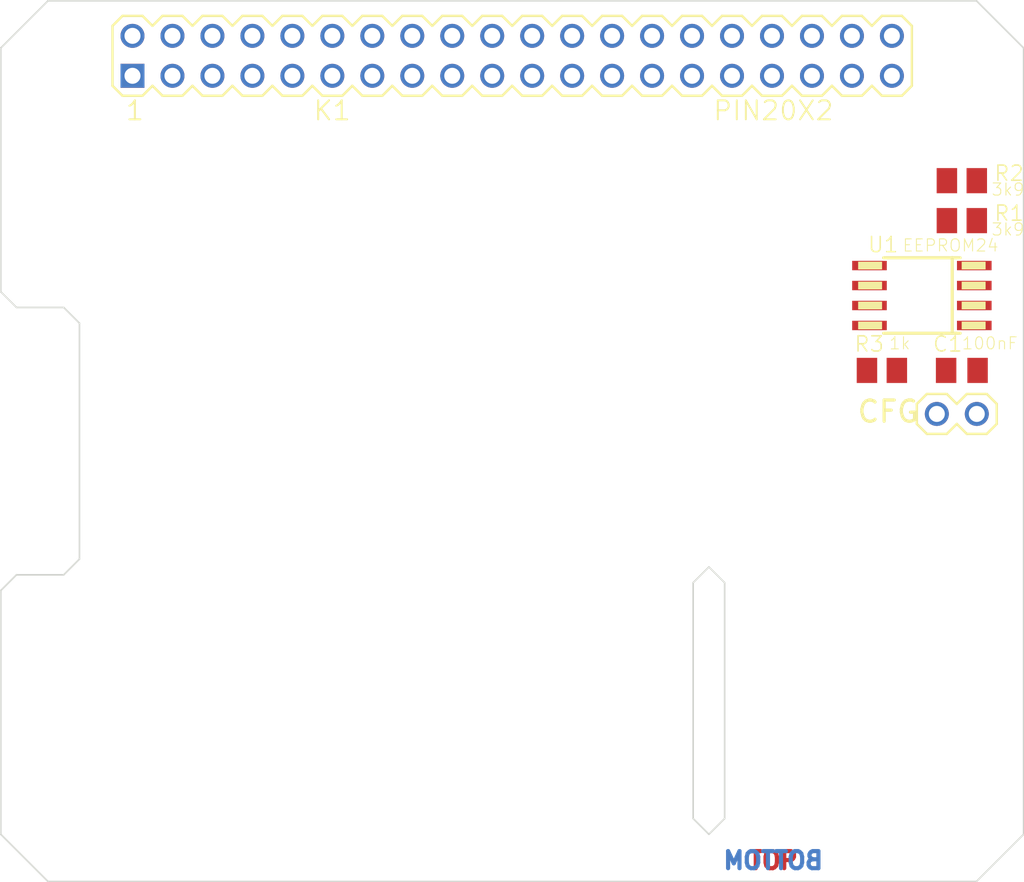
<source format=kicad_pcb>
(kicad_pcb (version 4) (host pcbnew "(2014-09-10 BZR 5127)-kicad")

  (general
    (links 26)
    (no_connects 26)
    (area 116.001099 77.003599 181.001101 133.003601)
    (thickness 1.6)
    (drawings 24)
    (tracks 0)
    (zones 0)
    (modules 11)
    (nets 7)
  )

  (page A4)
  (layers
    (0 Top signal hide)
    (31 Bottom signal hide)
    (32 B.Adhes user)
    (33 F.Adhes user)
    (34 B.Paste user)
    (35 F.Paste user)
    (36 B.SilkS user)
    (37 F.SilkS user)
    (38 B.Mask user)
    (39 F.Mask user)
    (40 Dwgs.User user)
    (41 Cmts.User user)
    (42 Eco1.User user)
    (43 Eco2.User user)
    (44 Edge.Cuts user)
    (45 Margin user)
    (46 B.CrtYd user)
    (47 F.CrtYd user)
    (48 B.Fab user)
    (49 F.Fab user)
  )

  (setup
    (last_trace_width 0.254)
    (trace_clearance 0.1524)
    (zone_clearance 0.508)
    (zone_45_only no)
    (trace_min 0.254)
    (segment_width 0.2)
    (edge_width 0.15)
    (via_size 0.889)
    (via_drill 0.635)
    (via_min_size 0.889)
    (via_min_drill 0.508)
    (uvia_size 0.508)
    (uvia_drill 0.127)
    (uvias_allowed no)
    (uvia_min_size 0.508)
    (uvia_min_drill 0.127)
    (pcb_text_width 0.3)
    (pcb_text_size 1.5 1.5)
    (mod_edge_width 0.15)
    (mod_text_size 1.5 1.5)
    (mod_text_width 0.15)
    (pad_size 1.524 1.524)
    (pad_drill 0.762)
    (pad_to_mask_clearance 0.2)
    (aux_axis_origin 0 0)
    (visible_elements FFFFFF7F)
    (pcbplotparams
      (layerselection 0x00030_80000001)
      (usegerberextensions false)
      (excludeedgelayer true)
      (linewidth 0.100000)
      (plotframeref false)
      (viasonmask false)
      (mode 1)
      (useauxorigin false)
      (hpglpennumber 1)
      (hpglpenspeed 20)
      (hpglpendiameter 15)
      (hpglpenoverlay 2)
      (psnegative false)
      (psa4output false)
      (plotreference true)
      (plotvalue true)
      (plotinvisibletext false)
      (padsonsilk false)
      (subtractmaskfromsilk false)
      (outputformat 1)
      (mirror false)
      (drillshape 1)
      (scaleselection 1)
      (outputdirectory ""))
  )

  (net 0 "")
  (net 1 GND)
  (net 2 +3V3)
  (net 3 N$1)
  (net 4 N$2)
  (net 5 N$3)
  (net 6 +5V)

  (net_class Default "This is the default net class."
    (clearance 0.1524)
    (trace_width 0.254)
    (via_dia 0.889)
    (via_drill 0.635)
    (uvia_dia 0.508)
    (uvia_drill 0.127)
    (add_net +3V3)
    (add_net +5V)
    (add_net GND)
    (add_net N$1)
    (add_net N$2)
    (add_net N$3)
  )

  (module "" (layer Top) (tedit 54141436) (tstamp 0)
    (at 119.5011 129.5036)
    (fp_text reference @HOLE0 (at 0 0) (layer F.SilkS) hide
      (effects (font (thickness 0.15)))
    )
    (fp_text value "" (at 0 0) (layer F.SilkS)
      (effects (font (thickness 0.15)))
    )
    (pad "" np_thru_hole circle (at 0 0) (size 2.8 2.8) (drill 2.8) (layers *.Cu))
  )

  (module "" (layer Top) (tedit 54141436) (tstamp 0)
    (at 119.5011 80.5036)
    (fp_text reference @HOLE1 (at 0 0) (layer F.SilkS) hide
      (effects (font (thickness 0.15)))
    )
    (fp_text value "" (at 0 0) (layer F.SilkS)
      (effects (font (thickness 0.15)))
    )
    (pad "" np_thru_hole circle (at 0 0) (size 2.8 2.8) (drill 2.8) (layers *.Cu))
  )

  (module "" (layer Top) (tedit 54141436) (tstamp 0)
    (at 177.5011 80.5036)
    (fp_text reference @HOLE2 (at 0 0) (layer F.SilkS) hide
      (effects (font (thickness 0.15)))
    )
    (fp_text value "" (at 0 0) (layer F.SilkS)
      (effects (font (thickness 0.15)))
    )
    (pad "" np_thru_hole circle (at 0 0) (size 2.8 2.8) (drill 2.8) (layers *.Cu))
  )

  (module "" (layer Top) (tedit 54141436) (tstamp 0)
    (at 177.5011 129.5036)
    (fp_text reference @HOLE3 (at 0 0) (layer F.SilkS) hide
      (effects (font (thickness 0.15)))
    )
    (fp_text value "" (at 0 0) (layer F.SilkS)
      (effects (font (thickness 0.15)))
    )
    (pad "" np_thru_hole circle (at 0 0) (size 2.8 2.8) (drill 2.8) (layers *.Cu))
  )

  (module PIN_20X2 (layer Top) (tedit 54141436) (tstamp 54141436)
    (at 148.5011 80.5036)
    (fp_text reference K1 (at -12.7 4.191) (layer F.SilkS)
      (effects (font (size 1.2065 1.2065) (thickness 0.127)) (justify left bottom))
    )
    (fp_text value PIN20X2 (at 12.7 4.191) (layer F.SilkS)
      (effects (font (size 1.2065 1.2065) (thickness 0.12065)) (justify left bottom))
    )
    (fp_line (start -24.765 -2.54) (end -23.495 -2.54) (layer F.SilkS) (width 0.1524))
    (fp_line (start -23.495 -2.54) (end -22.86 -1.905) (layer F.SilkS) (width 0.1524))
    (fp_line (start -22.86 -1.905) (end -22.225 -2.54) (layer F.SilkS) (width 0.1524))
    (fp_line (start -22.225 -2.54) (end -20.955 -2.54) (layer F.SilkS) (width 0.1524))
    (fp_line (start -20.955 -2.54) (end -20.32 -1.905) (layer F.SilkS) (width 0.1524))
    (fp_line (start -24.765 -2.54) (end -25.4 -1.905) (layer F.SilkS) (width 0.1524))
    (fp_line (start -20.32 -1.905) (end -19.685 -2.54) (layer F.SilkS) (width 0.1524))
    (fp_line (start -19.685 -2.54) (end -18.415 -2.54) (layer F.SilkS) (width 0.1524))
    (fp_line (start -18.415 -2.54) (end -17.78 -1.905) (layer F.SilkS) (width 0.1524))
    (fp_line (start -17.145 -2.54) (end -15.875 -2.54) (layer F.SilkS) (width 0.1524))
    (fp_line (start -15.875 -2.54) (end -15.24 -1.905) (layer F.SilkS) (width 0.1524))
    (fp_line (start -15.24 -1.905) (end -14.605 -2.54) (layer F.SilkS) (width 0.1524))
    (fp_line (start -14.605 -2.54) (end -13.335 -2.54) (layer F.SilkS) (width 0.1524))
    (fp_line (start -13.335 -2.54) (end -12.7 -1.905) (layer F.SilkS) (width 0.1524))
    (fp_line (start -17.145 -2.54) (end -17.78 -1.905) (layer F.SilkS) (width 0.1524))
    (fp_line (start -12.7 -1.905) (end -12.065 -2.54) (layer F.SilkS) (width 0.1524))
    (fp_line (start -12.065 -2.54) (end -10.795 -2.54) (layer F.SilkS) (width 0.1524))
    (fp_line (start -10.795 -2.54) (end -10.16 -1.905) (layer F.SilkS) (width 0.1524))
    (fp_line (start -22.86 1.905) (end -23.495 2.54) (layer F.SilkS) (width 0.1524))
    (fp_line (start -20.32 1.905) (end -20.955 2.54) (layer F.SilkS) (width 0.1524))
    (fp_line (start -20.955 2.54) (end -22.225 2.54) (layer F.SilkS) (width 0.1524))
    (fp_line (start -22.225 2.54) (end -22.86 1.905) (layer F.SilkS) (width 0.1524))
    (fp_line (start -25.4 -1.905) (end -25.4 1.905) (layer F.SilkS) (width 0.1524))
    (fp_line (start -25.4 1.905) (end -24.765 2.54) (layer F.SilkS) (width 0.1524))
    (fp_line (start -23.495 2.54) (end -24.765 2.54) (layer F.SilkS) (width 0.1524))
    (fp_line (start -17.78 1.905) (end -18.415 2.54) (layer F.SilkS) (width 0.1524))
    (fp_line (start -18.415 2.54) (end -19.685 2.54) (layer F.SilkS) (width 0.1524))
    (fp_line (start -19.685 2.54) (end -20.32 1.905) (layer F.SilkS) (width 0.1524))
    (fp_line (start -15.24 1.905) (end -15.875 2.54) (layer F.SilkS) (width 0.1524))
    (fp_line (start -12.7 1.905) (end -13.335 2.54) (layer F.SilkS) (width 0.1524))
    (fp_line (start -13.335 2.54) (end -14.605 2.54) (layer F.SilkS) (width 0.1524))
    (fp_line (start -14.605 2.54) (end -15.24 1.905) (layer F.SilkS) (width 0.1524))
    (fp_line (start -17.78 1.905) (end -17.145 2.54) (layer F.SilkS) (width 0.1524))
    (fp_line (start -15.875 2.54) (end -17.145 2.54) (layer F.SilkS) (width 0.1524))
    (fp_line (start -10.16 1.905) (end -10.795 2.54) (layer F.SilkS) (width 0.1524))
    (fp_line (start -10.795 2.54) (end -12.065 2.54) (layer F.SilkS) (width 0.1524))
    (fp_line (start -12.065 2.54) (end -12.7 1.905) (layer F.SilkS) (width 0.1524))
    (fp_line (start -8.255 -2.54) (end -7.62 -1.905) (layer F.SilkS) (width 0.1524))
    (fp_line (start -9.525 -2.54) (end -8.255 -2.54) (layer F.SilkS) (width 0.1524))
    (fp_line (start -10.16 -1.905) (end -9.525 -2.54) (layer F.SilkS) (width 0.1524))
    (fp_line (start -9.525 2.54) (end -10.16 1.905) (layer F.SilkS) (width 0.1524))
    (fp_line (start -8.255 2.54) (end -9.525 2.54) (layer F.SilkS) (width 0.1524))
    (fp_line (start -7.62 1.905) (end -8.255 2.54) (layer F.SilkS) (width 0.1524))
    (fp_line (start -6.985 -2.54) (end -5.715 -2.54) (layer F.SilkS) (width 0.1524))
    (fp_line (start -5.715 -2.54) (end -5.08 -1.905) (layer F.SilkS) (width 0.1524))
    (fp_line (start -5.08 -1.905) (end -4.445 -2.54) (layer F.SilkS) (width 0.1524))
    (fp_line (start -4.445 -2.54) (end -3.175 -2.54) (layer F.SilkS) (width 0.1524))
    (fp_line (start -3.175 -2.54) (end -2.54 -1.905) (layer F.SilkS) (width 0.1524))
    (fp_line (start -6.985 -2.54) (end -7.62 -1.905) (layer F.SilkS) (width 0.1524))
    (fp_line (start -2.54 -1.905) (end -1.905 -2.54) (layer F.SilkS) (width 0.1524))
    (fp_line (start -1.905 -2.54) (end -0.635 -2.54) (layer F.SilkS) (width 0.1524))
    (fp_line (start -0.635 -2.54) (end 0 -1.905) (layer F.SilkS) (width 0.1524))
    (fp_line (start 0.635 -2.54) (end 1.905 -2.54) (layer F.SilkS) (width 0.1524))
    (fp_line (start 1.905 -2.54) (end 2.54 -1.905) (layer F.SilkS) (width 0.1524))
    (fp_line (start 2.54 -1.905) (end 3.175 -2.54) (layer F.SilkS) (width 0.1524))
    (fp_line (start 3.175 -2.54) (end 4.445 -2.54) (layer F.SilkS) (width 0.1524))
    (fp_line (start 4.445 -2.54) (end 5.08 -1.905) (layer F.SilkS) (width 0.1524))
    (fp_line (start 0.635 -2.54) (end 0 -1.905) (layer F.SilkS) (width 0.1524))
    (fp_line (start 5.08 -1.905) (end 5.715 -2.54) (layer F.SilkS) (width 0.1524))
    (fp_line (start 5.715 -2.54) (end 6.985 -2.54) (layer F.SilkS) (width 0.1524))
    (fp_line (start 6.985 -2.54) (end 7.62 -1.905) (layer F.SilkS) (width 0.1524))
    (fp_line (start -5.08 1.905) (end -5.715 2.54) (layer F.SilkS) (width 0.1524))
    (fp_line (start -2.54 1.905) (end -3.175 2.54) (layer F.SilkS) (width 0.1524))
    (fp_line (start -3.175 2.54) (end -4.445 2.54) (layer F.SilkS) (width 0.1524))
    (fp_line (start -4.445 2.54) (end -5.08 1.905) (layer F.SilkS) (width 0.1524))
    (fp_line (start -7.62 1.905) (end -6.985 2.54) (layer F.SilkS) (width 0.1524))
    (fp_line (start -5.715 2.54) (end -6.985 2.54) (layer F.SilkS) (width 0.1524))
    (fp_line (start 0 1.905) (end -0.635 2.54) (layer F.SilkS) (width 0.1524))
    (fp_line (start -0.635 2.54) (end -1.905 2.54) (layer F.SilkS) (width 0.1524))
    (fp_line (start -1.905 2.54) (end -2.54 1.905) (layer F.SilkS) (width 0.1524))
    (fp_line (start 2.54 1.905) (end 1.905 2.54) (layer F.SilkS) (width 0.1524))
    (fp_line (start 5.08 1.905) (end 4.445 2.54) (layer F.SilkS) (width 0.1524))
    (fp_line (start 4.445 2.54) (end 3.175 2.54) (layer F.SilkS) (width 0.1524))
    (fp_line (start 3.175 2.54) (end 2.54 1.905) (layer F.SilkS) (width 0.1524))
    (fp_line (start 0 1.905) (end 0.635 2.54) (layer F.SilkS) (width 0.1524))
    (fp_line (start 1.905 2.54) (end 0.635 2.54) (layer F.SilkS) (width 0.1524))
    (fp_line (start 7.62 1.905) (end 6.985 2.54) (layer F.SilkS) (width 0.1524))
    (fp_line (start 6.985 2.54) (end 5.715 2.54) (layer F.SilkS) (width 0.1524))
    (fp_line (start 5.715 2.54) (end 5.08 1.905) (layer F.SilkS) (width 0.1524))
    (fp_line (start 9.525 -2.54) (end 10.16 -1.905) (layer F.SilkS) (width 0.1524))
    (fp_line (start 8.255 -2.54) (end 9.525 -2.54) (layer F.SilkS) (width 0.1524))
    (fp_line (start 7.62 -1.905) (end 8.255 -2.54) (layer F.SilkS) (width 0.1524))
    (fp_line (start 8.255 2.54) (end 7.62 1.905) (layer F.SilkS) (width 0.1524))
    (fp_line (start 9.525 2.54) (end 8.255 2.54) (layer F.SilkS) (width 0.1524))
    (fp_line (start 10.16 1.905) (end 9.525 2.54) (layer F.SilkS) (width 0.1524))
    (fp_line (start 10.795 -2.54) (end 12.065 -2.54) (layer F.SilkS) (width 0.1524))
    (fp_line (start 12.065 -2.54) (end 12.7 -1.905) (layer F.SilkS) (width 0.1524))
    (fp_line (start 12.7 -1.905) (end 13.335 -2.54) (layer F.SilkS) (width 0.1524))
    (fp_line (start 13.335 -2.54) (end 14.605 -2.54) (layer F.SilkS) (width 0.1524))
    (fp_line (start 14.605 -2.54) (end 15.24 -1.905) (layer F.SilkS) (width 0.1524))
    (fp_line (start 10.795 -2.54) (end 10.16 -1.905) (layer F.SilkS) (width 0.1524))
    (fp_line (start 15.24 -1.905) (end 15.875 -2.54) (layer F.SilkS) (width 0.1524))
    (fp_line (start 15.875 -2.54) (end 17.145 -2.54) (layer F.SilkS) (width 0.1524))
    (fp_line (start 17.145 -2.54) (end 17.78 -1.905) (layer F.SilkS) (width 0.1524))
    (fp_line (start 18.415 -2.54) (end 19.685 -2.54) (layer F.SilkS) (width 0.1524))
    (fp_line (start 19.685 -2.54) (end 20.32 -1.905) (layer F.SilkS) (width 0.1524))
    (fp_line (start 20.32 -1.905) (end 20.955 -2.54) (layer F.SilkS) (width 0.1524))
    (fp_line (start 20.955 -2.54) (end 22.225 -2.54) (layer F.SilkS) (width 0.1524))
    (fp_line (start 22.225 -2.54) (end 22.86 -1.905) (layer F.SilkS) (width 0.1524))
    (fp_line (start 18.415 -2.54) (end 17.78 -1.905) (layer F.SilkS) (width 0.1524))
    (fp_line (start 22.86 -1.905) (end 23.495 -2.54) (layer F.SilkS) (width 0.1524))
    (fp_line (start 23.495 -2.54) (end 24.765 -2.54) (layer F.SilkS) (width 0.1524))
    (fp_line (start 12.7 1.905) (end 12.065 2.54) (layer F.SilkS) (width 0.1524))
    (fp_line (start 15.24 1.905) (end 14.605 2.54) (layer F.SilkS) (width 0.1524))
    (fp_line (start 14.605 2.54) (end 13.335 2.54) (layer F.SilkS) (width 0.1524))
    (fp_line (start 13.335 2.54) (end 12.7 1.905) (layer F.SilkS) (width 0.1524))
    (fp_line (start 10.16 1.905) (end 10.795 2.54) (layer F.SilkS) (width 0.1524))
    (fp_line (start 12.065 2.54) (end 10.795 2.54) (layer F.SilkS) (width 0.1524))
    (fp_line (start 17.78 1.905) (end 17.145 2.54) (layer F.SilkS) (width 0.1524))
    (fp_line (start 17.145 2.54) (end 15.875 2.54) (layer F.SilkS) (width 0.1524))
    (fp_line (start 15.875 2.54) (end 15.24 1.905) (layer F.SilkS) (width 0.1524))
    (fp_line (start 20.32 1.905) (end 19.685 2.54) (layer F.SilkS) (width 0.1524))
    (fp_line (start 22.86 1.905) (end 22.225 2.54) (layer F.SilkS) (width 0.1524))
    (fp_line (start 22.225 2.54) (end 20.955 2.54) (layer F.SilkS) (width 0.1524))
    (fp_line (start 20.955 2.54) (end 20.32 1.905) (layer F.SilkS) (width 0.1524))
    (fp_line (start 17.78 1.905) (end 18.415 2.54) (layer F.SilkS) (width 0.1524))
    (fp_line (start 19.685 2.54) (end 18.415 2.54) (layer F.SilkS) (width 0.1524))
    (fp_line (start 24.765 2.54) (end 23.495 2.54) (layer F.SilkS) (width 0.1524))
    (fp_line (start 23.495 2.54) (end 22.86 1.905) (layer F.SilkS) (width 0.1524))
    (fp_line (start 25.4 -1.905) (end 25.4 1.905) (layer F.SilkS) (width 0.1524))
    (fp_line (start 24.765 -2.54) (end 25.4 -1.905) (layer F.SilkS) (width 0.1524))
    (fp_line (start 25.4 1.905) (end 24.765 2.54) (layer F.SilkS) (width 0.1524))
    (fp_text user 1 (at -24.638 4.191) (layer F.SilkS)
      (effects (font (size 1.2065 1.2065) (thickness 0.127)) (justify left bottom))
    )
    (fp_poly (pts (xy -21.844 1.524) (xy -21.336 1.524) (xy -21.336 1.016) (xy -21.844 1.016)) (layer Dwgs.User))
    (fp_poly (pts (xy -24.384 1.524) (xy -23.876 1.524) (xy -23.876 1.016) (xy -24.384 1.016)) (layer Dwgs.User))
    (fp_poly (pts (xy -19.304 1.524) (xy -18.796 1.524) (xy -18.796 1.016) (xy -19.304 1.016)) (layer Dwgs.User))
    (fp_poly (pts (xy -14.224 1.524) (xy -13.716 1.524) (xy -13.716 1.016) (xy -14.224 1.016)) (layer Dwgs.User))
    (fp_poly (pts (xy -16.764 1.524) (xy -16.256 1.524) (xy -16.256 1.016) (xy -16.764 1.016)) (layer Dwgs.User))
    (fp_poly (pts (xy -11.684 1.524) (xy -11.176 1.524) (xy -11.176 1.016) (xy -11.684 1.016)) (layer Dwgs.User))
    (fp_poly (pts (xy -24.384 -1.016) (xy -23.876 -1.016) (xy -23.876 -1.524) (xy -24.384 -1.524)) (layer Dwgs.User))
    (fp_poly (pts (xy -21.844 -1.016) (xy -21.336 -1.016) (xy -21.336 -1.524) (xy -21.844 -1.524)) (layer Dwgs.User))
    (fp_poly (pts (xy -19.304 -1.016) (xy -18.796 -1.016) (xy -18.796 -1.524) (xy -19.304 -1.524)) (layer Dwgs.User))
    (fp_poly (pts (xy -16.764 -1.016) (xy -16.256 -1.016) (xy -16.256 -1.524) (xy -16.764 -1.524)) (layer Dwgs.User))
    (fp_poly (pts (xy -14.224 -1.016) (xy -13.716 -1.016) (xy -13.716 -1.524) (xy -14.224 -1.524)) (layer Dwgs.User))
    (fp_poly (pts (xy -11.684 -1.016) (xy -11.176 -1.016) (xy -11.176 -1.524) (xy -11.684 -1.524)) (layer Dwgs.User))
    (fp_poly (pts (xy -9.144 -1.016) (xy -8.636 -1.016) (xy -8.636 -1.524) (xy -9.144 -1.524)) (layer Dwgs.User))
    (fp_poly (pts (xy -9.144 1.524) (xy -8.636 1.524) (xy -8.636 1.016) (xy -9.144 1.016)) (layer Dwgs.User))
    (fp_poly (pts (xy -4.064 1.524) (xy -3.556 1.524) (xy -3.556 1.016) (xy -4.064 1.016)) (layer Dwgs.User))
    (fp_poly (pts (xy -6.604 1.524) (xy -6.096 1.524) (xy -6.096 1.016) (xy -6.604 1.016)) (layer Dwgs.User))
    (fp_poly (pts (xy -1.524 1.524) (xy -1.016 1.524) (xy -1.016 1.016) (xy -1.524 1.016)) (layer Dwgs.User))
    (fp_poly (pts (xy 3.556 1.524) (xy 4.064 1.524) (xy 4.064 1.016) (xy 3.556 1.016)) (layer Dwgs.User))
    (fp_poly (pts (xy 1.016 1.524) (xy 1.524 1.524) (xy 1.524 1.016) (xy 1.016 1.016)) (layer Dwgs.User))
    (fp_poly (pts (xy 6.096 1.524) (xy 6.604 1.524) (xy 6.604 1.016) (xy 6.096 1.016)) (layer Dwgs.User))
    (fp_poly (pts (xy -6.604 -1.016) (xy -6.096 -1.016) (xy -6.096 -1.524) (xy -6.604 -1.524)) (layer Dwgs.User))
    (fp_poly (pts (xy -4.064 -1.016) (xy -3.556 -1.016) (xy -3.556 -1.524) (xy -4.064 -1.524)) (layer Dwgs.User))
    (fp_poly (pts (xy -1.524 -1.016) (xy -1.016 -1.016) (xy -1.016 -1.524) (xy -1.524 -1.524)) (layer Dwgs.User))
    (fp_poly (pts (xy 1.016 -1.016) (xy 1.524 -1.016) (xy 1.524 -1.524) (xy 1.016 -1.524)) (layer Dwgs.User))
    (fp_poly (pts (xy 3.556 -1.016) (xy 4.064 -1.016) (xy 4.064 -1.524) (xy 3.556 -1.524)) (layer Dwgs.User))
    (fp_poly (pts (xy 6.096 -1.016) (xy 6.604 -1.016) (xy 6.604 -1.524) (xy 6.096 -1.524)) (layer Dwgs.User))
    (fp_poly (pts (xy 8.636 -1.016) (xy 9.144 -1.016) (xy 9.144 -1.524) (xy 8.636 -1.524)) (layer Dwgs.User))
    (fp_poly (pts (xy 8.636 1.524) (xy 9.144 1.524) (xy 9.144 1.016) (xy 8.636 1.016)) (layer Dwgs.User))
    (fp_poly (pts (xy 13.716 1.524) (xy 14.224 1.524) (xy 14.224 1.016) (xy 13.716 1.016)) (layer Dwgs.User))
    (fp_poly (pts (xy 11.176 1.524) (xy 11.684 1.524) (xy 11.684 1.016) (xy 11.176 1.016)) (layer Dwgs.User))
    (fp_poly (pts (xy 16.256 1.524) (xy 16.764 1.524) (xy 16.764 1.016) (xy 16.256 1.016)) (layer Dwgs.User))
    (fp_poly (pts (xy 21.336 1.524) (xy 21.844 1.524) (xy 21.844 1.016) (xy 21.336 1.016)) (layer Dwgs.User))
    (fp_poly (pts (xy 18.796 1.524) (xy 19.304 1.524) (xy 19.304 1.016) (xy 18.796 1.016)) (layer Dwgs.User))
    (fp_poly (pts (xy 23.876 1.524) (xy 24.384 1.524) (xy 24.384 1.016) (xy 23.876 1.016)) (layer Dwgs.User))
    (fp_poly (pts (xy 11.176 -1.016) (xy 11.684 -1.016) (xy 11.684 -1.524) (xy 11.176 -1.524)) (layer Dwgs.User))
    (fp_poly (pts (xy 13.716 -1.016) (xy 14.224 -1.016) (xy 14.224 -1.524) (xy 13.716 -1.524)) (layer Dwgs.User))
    (fp_poly (pts (xy 16.256 -1.016) (xy 16.764 -1.016) (xy 16.764 -1.524) (xy 16.256 -1.524)) (layer Dwgs.User))
    (fp_poly (pts (xy 18.796 -1.016) (xy 19.304 -1.016) (xy 19.304 -1.524) (xy 18.796 -1.524)) (layer Dwgs.User))
    (fp_poly (pts (xy 21.336 -1.016) (xy 21.844 -1.016) (xy 21.844 -1.524) (xy 21.336 -1.524)) (layer Dwgs.User))
    (fp_poly (pts (xy 23.876 -1.016) (xy 24.384 -1.016) (xy 24.384 -1.524) (xy 23.876 -1.524)) (layer Dwgs.User))
    (pad 1 thru_hole rect (at -24.13 1.27) (size 1.524 1.524) (drill 1.016) (layers *.Cu *.Mask)
      (net 2 +3V3))
    (pad 3 thru_hole circle (at -21.59 1.27) (size 1.524 1.524) (drill 1.016) (layers *.Cu *.Mask))
    (pad 5 thru_hole circle (at -19.05 1.27) (size 1.524 1.524) (drill 1.016) (layers *.Cu *.Mask))
    (pad 7 thru_hole circle (at -16.51 1.27) (size 1.524 1.524) (drill 1.016) (layers *.Cu *.Mask))
    (pad 9 thru_hole circle (at -13.97 1.27) (size 1.524 1.524) (drill 1.016) (layers *.Cu *.Mask)
      (net 1 GND))
    (pad 11 thru_hole circle (at -11.43 1.27) (size 1.524 1.524) (drill 1.016) (layers *.Cu *.Mask))
    (pad 2 thru_hole circle (at -24.13 -1.27) (size 1.524 1.524) (drill 1.016) (layers *.Cu *.Mask)
      (net 6 +5V))
    (pad 4 thru_hole circle (at -21.59 -1.27) (size 1.524 1.524) (drill 1.016) (layers *.Cu *.Mask)
      (net 6 +5V))
    (pad 6 thru_hole circle (at -19.05 -1.27) (size 1.524 1.524) (drill 1.016) (layers *.Cu *.Mask)
      (net 1 GND))
    (pad 8 thru_hole circle (at -16.51 -1.27) (size 1.524 1.524) (drill 1.016) (layers *.Cu *.Mask))
    (pad 10 thru_hole circle (at -13.97 -1.27) (size 1.524 1.524) (drill 1.016) (layers *.Cu *.Mask))
    (pad 12 thru_hole circle (at -11.43 -1.27) (size 1.524 1.524) (drill 1.016) (layers *.Cu *.Mask))
    (pad 13 thru_hole circle (at -8.89 1.27) (size 1.524 1.524) (drill 1.016) (layers *.Cu *.Mask))
    (pad 14 thru_hole circle (at -8.89 -1.27) (size 1.524 1.524) (drill 1.016) (layers *.Cu *.Mask)
      (net 1 GND))
    (pad 15 thru_hole circle (at -6.35 1.27) (size 1.524 1.524) (drill 1.016) (layers *.Cu *.Mask))
    (pad 17 thru_hole circle (at -3.81 1.27) (size 1.524 1.524) (drill 1.016) (layers *.Cu *.Mask)
      (net 2 +3V3))
    (pad 19 thru_hole circle (at -1.27 1.27) (size 1.524 1.524) (drill 1.016) (layers *.Cu *.Mask))
    (pad 21 thru_hole circle (at 1.27 1.27) (size 1.524 1.524) (drill 1.016) (layers *.Cu *.Mask))
    (pad 23 thru_hole circle (at 3.81 1.27) (size 1.524 1.524) (drill 1.016) (layers *.Cu *.Mask))
    (pad 25 thru_hole circle (at 6.35 1.27) (size 1.524 1.524) (drill 1.016) (layers *.Cu *.Mask)
      (net 1 GND))
    (pad 16 thru_hole circle (at -6.35 -1.27) (size 1.524 1.524) (drill 1.016) (layers *.Cu *.Mask))
    (pad 18 thru_hole circle (at -3.81 -1.27) (size 1.524 1.524) (drill 1.016) (layers *.Cu *.Mask))
    (pad 20 thru_hole circle (at -1.27 -1.27) (size 1.524 1.524) (drill 1.016) (layers *.Cu *.Mask)
      (net 1 GND))
    (pad 22 thru_hole circle (at 1.27 -1.27) (size 1.524 1.524) (drill 1.016) (layers *.Cu *.Mask))
    (pad 24 thru_hole circle (at 3.81 -1.27) (size 1.524 1.524) (drill 1.016) (layers *.Cu *.Mask))
    (pad 26 thru_hole circle (at 6.35 -1.27) (size 1.524 1.524) (drill 1.016) (layers *.Cu *.Mask))
    (pad 27 thru_hole circle (at 8.89 1.27) (size 1.524 1.524) (drill 1.016) (layers *.Cu *.Mask)
      (net 4 N$2))
    (pad 28 thru_hole circle (at 8.89 -1.27) (size 1.524 1.524) (drill 1.016) (layers *.Cu *.Mask)
      (net 3 N$1))
    (pad 29 thru_hole circle (at 11.43 1.27) (size 1.524 1.524) (drill 1.016) (layers *.Cu *.Mask))
    (pad 31 thru_hole circle (at 13.97 1.27) (size 1.524 1.524) (drill 1.016) (layers *.Cu *.Mask))
    (pad 33 thru_hole circle (at 16.51 1.27) (size 1.524 1.524) (drill 1.016) (layers *.Cu *.Mask))
    (pad 35 thru_hole circle (at 19.05 1.27) (size 1.524 1.524) (drill 1.016) (layers *.Cu *.Mask))
    (pad 37 thru_hole circle (at 21.59 1.27) (size 1.524 1.524) (drill 1.016) (layers *.Cu *.Mask))
    (pad 39 thru_hole circle (at 24.13 1.27) (size 1.524 1.524) (drill 1.016) (layers *.Cu *.Mask)
      (net 1 GND))
    (pad 30 thru_hole circle (at 11.43 -1.27) (size 1.524 1.524) (drill 1.016) (layers *.Cu *.Mask)
      (net 1 GND))
    (pad 32 thru_hole circle (at 13.97 -1.27) (size 1.524 1.524) (drill 1.016) (layers *.Cu *.Mask))
    (pad 34 thru_hole circle (at 16.51 -1.27) (size 1.524 1.524) (drill 1.016) (layers *.Cu *.Mask)
      (net 1 GND))
    (pad 36 thru_hole circle (at 19.05 -1.27) (size 1.524 1.524) (drill 1.016) (layers *.Cu *.Mask))
    (pad 38 thru_hole circle (at 21.59 -1.27) (size 1.524 1.524) (drill 1.016) (layers *.Cu *.Mask))
    (pad 40 thru_hole circle (at 24.13 -1.27) (size 1.524 1.524) (drill 1.016) (layers *.Cu *.Mask))
  )

  (module SOIC8 (layer Top) (tedit 54141436) (tstamp 54141504)
    (at 174.5361 95.7436 90)
    (fp_text reference U1 (at 2.667 -3.4925 360) (layer F.SilkS)
      (effects (font (size 0.9652 0.9652) (thickness 0.09652)) (justify left bottom))
    )
    (fp_text value EEPROM24 (at 2.7305 -1.27 360) (layer F.SilkS)
      (effects (font (size 0.77216 0.77216) (thickness 0.061772)) (justify left bottom))
    )
    (fp_line (start 2.4 -2.43) (end 2.4 1.93) (layer F.SilkS) (width 0.2032))
    (fp_line (start 2.4 1.93) (end 2.4 2.43) (layer F.SilkS) (width 0.2032))
    (fp_line (start 2.4 2.43) (end -2.4 2.43) (layer Dwgs.User) (width 0.2032))
    (fp_line (start -2.4 2.43) (end -2.4 1.93) (layer F.SilkS) (width 0.2032))
    (fp_line (start -2.4 1.93) (end -2.4 -2.43) (layer F.SilkS) (width 0.2032))
    (fp_line (start -2.4 -2.43) (end 2.4 -2.43) (layer Dwgs.User) (width 0.2032))
    (fp_line (start 2.4 1.93) (end -2.4 1.93) (layer F.SilkS) (width 0.2032))
    (fp_poly (pts (xy -2.1501 4.05) (xy -1.6599 4.05) (xy -1.6599 2.5301) (xy -2.1501 2.5301)) (layer F.SilkS))
    (fp_poly (pts (xy -0.8801 4.05) (xy -0.3899 4.05) (xy -0.3899 2.5301) (xy -0.8801 2.5301)) (layer F.SilkS))
    (fp_poly (pts (xy 0.3899 4.05) (xy 0.8801 4.05) (xy 0.8801 2.5301) (xy 0.3899 2.5301)) (layer F.SilkS))
    (fp_poly (pts (xy 1.6599 4.05) (xy 2.1501 4.05) (xy 2.1501 2.5301) (xy 1.6599 2.5301)) (layer F.SilkS))
    (fp_poly (pts (xy 1.6599 -2.5301) (xy 2.1501 -2.5301) (xy 2.1501 -4.05) (xy 1.6599 -4.05)) (layer F.SilkS))
    (fp_poly (pts (xy 0.3899 -2.5301) (xy 0.8801 -2.5301) (xy 0.8801 -4.05) (xy 0.3899 -4.05)) (layer F.SilkS))
    (fp_poly (pts (xy -0.8801 -2.5301) (xy -0.3899 -2.5301) (xy -0.3899 -4.05) (xy -0.8801 -4.05)) (layer F.SilkS))
    (fp_poly (pts (xy -2.1501 -2.5301) (xy -1.6599 -2.5301) (xy -1.6599 -4.05) (xy -2.1501 -4.05)) (layer F.SilkS))
    (pad 2 smd rect (at -0.635 3.33 90) (size 0.6 2.2) (layers Top F.Paste F.Mask)
      (net 1 GND))
    (pad 7 smd rect (at -0.635 -3.33 90) (size 0.6 2.2) (layers Top F.Paste F.Mask)
      (net 5 N$3))
    (pad 1 smd rect (at -1.905 3.33 90) (size 0.6 2.2) (layers Top F.Paste F.Mask)
      (net 1 GND))
    (pad 3 smd rect (at 0.635 3.33 90) (size 0.6 2.2) (layers Top F.Paste F.Mask)
      (net 1 GND))
    (pad 4 smd rect (at 1.905 3.33 90) (size 0.6 2.2) (layers Top F.Paste F.Mask)
      (net 1 GND))
    (pad 8 smd rect (at -1.905 -3.33 90) (size 0.6 2.2) (layers Top F.Paste F.Mask)
      (net 2 +3V3))
    (pad 6 smd rect (at 0.635 -3.33 90) (size 0.6 2.2) (layers Top F.Paste F.Mask)
      (net 3 N$1))
    (pad 5 smd rect (at 1.905 -3.33 90) (size 0.6 2.2) (layers Top F.Paste F.Mask)
      (net 4 N$2))
  )

  (module M0805 (layer Top) (tedit 54141436) (tstamp 5414151E)
    (at 177.0761 90.9811)
    (descr "<b>RESISTOR</b><p> MELF 0.10 W")
    (fp_text reference R1 (at 2.00025 0.09525) (layer F.SilkS)
      (effects (font (size 0.9652 0.9652) (thickness 0.09652)) (justify left bottom))
    )
    (fp_text value 3k9 (at 1.8415 1.016) (layer F.SilkS)
      (effects (font (size 0.77216 0.77216) (thickness 0.061772)) (justify left bottom))
    )
    (fp_line (start 0.7112 -0.635) (end -0.7112 -0.635) (layer Dwgs.User) (width 0.1524))
    (fp_line (start 0.7112 0.635) (end -0.7112 0.635) (layer Dwgs.User) (width 0.1524))
    (fp_poly (pts (xy -1.0414 0.7112) (xy -0.6858 0.7112) (xy -0.6858 -0.7112) (xy -1.0414 -0.7112)) (layer Dwgs.User))
    (fp_poly (pts (xy 0.6858 0.7112) (xy 1.0414 0.7112) (xy 1.0414 -0.7112) (xy 0.6858 -0.7112)) (layer Dwgs.User))
    (fp_poly (pts (xy -0.1999 0.5999) (xy 0.1999 0.5999) (xy 0.1999 -0.5999) (xy -0.1999 -0.5999)) (layer F.Adhes))
    (pad 1 smd rect (at -0.95 0) (size 1.3 1.6) (layers Top F.Paste F.Mask)
      (net 3 N$1))
    (pad 2 smd rect (at 0.95 0) (size 1.3 1.6) (layers Top F.Paste F.Mask)
      (net 2 +3V3))
  )

  (module C0805K (layer Top) (tedit 54141436) (tstamp 54141528)
    (at 177.0761 100.5061)
    (descr "<b>Ceramic Chip Capacitor KEMET 0805 Reflow solder</b><p> Metric Code Size 2012")
    (fp_text reference C1 (at -1.905 -1.11125) (layer F.SilkS)
      (effects (font (size 0.9652 0.9652) (thickness 0.09652)) (justify left bottom))
    )
    (fp_text value 100nF (at -0.0475 -1.27) (layer F.SilkS)
      (effects (font (size 0.77216 0.77216) (thickness 0.061772)) (justify left bottom))
    )
    (fp_line (start -0.925 -0.6) (end 0.925 -0.6) (layer Dwgs.User) (width 0.1016))
    (fp_line (start 0.925 0.6) (end -0.925 0.6) (layer Dwgs.User) (width 0.1016))
    (fp_poly (pts (xy -1 0.65) (xy -0.5 0.65) (xy -0.5 -0.65) (xy -1 -0.65)) (layer Dwgs.User))
    (fp_poly (pts (xy 0.5 0.65) (xy 1 0.65) (xy 1 -0.65) (xy 0.5 -0.65)) (layer Dwgs.User))
    (pad 1 smd rect (at -1 0) (size 1.3 1.6) (layers Top F.Paste F.Mask)
      (net 2 +3V3))
    (pad 2 smd rect (at 1 0) (size 1.3 1.6) (layers Top F.Paste F.Mask)
      (net 1 GND))
  )

  (module M0805 (layer Top) (tedit 54141436) (tstamp 54141531)
    (at 177.0761 88.4411)
    (descr "<b>RESISTOR</b><p> MELF 0.10 W")
    (fp_text reference R2 (at 2.00025 0.09525) (layer F.SilkS)
      (effects (font (size 0.9652 0.9652) (thickness 0.09652)) (justify left bottom))
    )
    (fp_text value 3k9 (at 1.8415 1.016) (layer F.SilkS)
      (effects (font (size 0.77216 0.77216) (thickness 0.061772)) (justify left bottom))
    )
    (fp_line (start 0.7112 -0.635) (end -0.7112 -0.635) (layer Dwgs.User) (width 0.1524))
    (fp_line (start 0.7112 0.635) (end -0.7112 0.635) (layer Dwgs.User) (width 0.1524))
    (fp_poly (pts (xy -1.0414 0.7112) (xy -0.6858 0.7112) (xy -0.6858 -0.7112) (xy -1.0414 -0.7112)) (layer Dwgs.User))
    (fp_poly (pts (xy 0.6858 0.7112) (xy 1.0414 0.7112) (xy 1.0414 -0.7112) (xy 0.6858 -0.7112)) (layer Dwgs.User))
    (fp_poly (pts (xy -0.1999 0.5999) (xy 0.1999 0.5999) (xy 0.1999 -0.5999) (xy -0.1999 -0.5999)) (layer F.Adhes))
    (pad 1 smd rect (at -0.95 0) (size 1.3 1.6) (layers Top F.Paste F.Mask)
      (net 4 N$2))
    (pad 2 smd rect (at 0.95 0) (size 1.3 1.6) (layers Top F.Paste F.Mask)
      (net 2 +3V3))
  )

  (module M0805 (layer Top) (tedit 54141436) (tstamp 5414153B)
    (at 171.9961 100.5061)
    (descr "<b>RESISTOR</b><p> MELF 0.10 W")
    (fp_text reference R3 (at -1.80975 -1.11125) (layer F.SilkS)
      (effects (font (size 0.9652 0.9652) (thickness 0.09652)) (justify left bottom))
    )
    (fp_text value 1k (at 0.41275 -1.27) (layer F.SilkS)
      (effects (font (size 0.77216 0.77216) (thickness 0.061772)) (justify left bottom))
    )
    (fp_line (start 0.7112 -0.635) (end -0.7112 -0.635) (layer Dwgs.User) (width 0.1524))
    (fp_line (start 0.7112 0.635) (end -0.7112 0.635) (layer Dwgs.User) (width 0.1524))
    (fp_poly (pts (xy -1.0414 0.7112) (xy -0.6858 0.7112) (xy -0.6858 -0.7112) (xy -1.0414 -0.7112)) (layer Dwgs.User))
    (fp_poly (pts (xy 0.6858 0.7112) (xy 1.0414 0.7112) (xy 1.0414 -0.7112) (xy 0.6858 -0.7112)) (layer Dwgs.User))
    (fp_poly (pts (xy -0.1999 0.5999) (xy 0.1999 0.5999) (xy 0.1999 -0.5999) (xy -0.1999 -0.5999)) (layer F.Adhes))
    (pad 1 smd rect (at -0.95 0) (size 1.3 1.6) (layers Top F.Paste F.Mask)
      (net 5 N$3))
    (pad 2 smd rect (at 0.95 0) (size 1.3 1.6) (layers Top F.Paste F.Mask)
      (net 2 +3V3))
  )

  (module PIN_W_2 (layer Top) (tedit 54141436) (tstamp 54141545)
    (at 175.4861 103.2736 90)
    (fp_text reference CFG (at -0.64245 -5.1537 360) (layer F.SilkS)
      (effects (font (size 1.35128 1.35128) (thickness 0.202692)) (justify left bottom))
    )
    (fp_text value "" (at -1.27 5.715 90) (layer F.SilkS)
      (effects (font (size 1.2065 1.2065) (thickness 0.09652)) (justify left bottom))
    )
    (fp_line (start -0.635 -1.27) (end 0.635 -1.27) (layer F.SilkS) (width 0.1524))
    (fp_line (start 0.635 -1.27) (end 1.27 -0.635) (layer F.SilkS) (width 0.1524))
    (fp_line (start 1.27 -0.635) (end 1.27 0.635) (layer F.SilkS) (width 0.1524))
    (fp_line (start 1.27 0.635) (end 0.635 1.27) (layer F.SilkS) (width 0.1524))
    (fp_line (start -1.27 -0.635) (end -1.27 0.635) (layer F.SilkS) (width 0.1524))
    (fp_line (start -0.635 -1.27) (end -1.27 -0.635) (layer F.SilkS) (width 0.1524))
    (fp_line (start -1.27 0.635) (end -0.635 1.27) (layer F.SilkS) (width 0.1524))
    (fp_poly (pts (xy -0.254 0.254) (xy 0.254 0.254) (xy 0.254 -0.254) (xy -0.254 -0.254)) (layer Dwgs.User))
    (fp_line (start 0.635 1.27) (end 1.27 1.905) (layer F.SilkS) (width 0.1524))
    (fp_line (start 1.27 1.905) (end 1.27 3.175) (layer F.SilkS) (width 0.1524))
    (fp_line (start 1.27 3.175) (end 0.635 3.81) (layer F.SilkS) (width 0.1524))
    (fp_line (start -1.27 1.905) (end -1.27 3.175) (layer F.SilkS) (width 0.1524))
    (fp_line (start -0.635 1.27) (end -1.27 1.905) (layer F.SilkS) (width 0.1524))
    (fp_line (start -1.27 3.175) (end -0.635 3.81) (layer F.SilkS) (width 0.1524))
    (fp_line (start 0.635 3.81) (end -0.635 3.81) (layer F.SilkS) (width 0.1524))
    (fp_poly (pts (xy -0.254 2.794) (xy 0.254 2.794) (xy 0.254 2.286) (xy -0.254 2.286)) (layer Dwgs.User))
    (pad 1 thru_hole circle (at 0 0 90) (size 1.524 1.524) (drill 1.016) (layers *.Cu *.Mask)
      (net 5 N$3))
    (pad 2 thru_hole circle (at 0 2.54 90) (size 1.524 1.524) (drill 1.016) (layers *.Cu *.Mask)
      (net 1 GND))
  )

  (gr_line (start 116.0011 130.0036) (end 119.0011 133.0036) (layer Edge.Cuts) (tstamp 47BB438))
  (gr_line (start 119.0011 133.0036) (end 178.0011 133.0036) (layer Edge.Cuts) (tstamp 4799018))
  (gr_line (start 178.0011 133.0036) (end 181.0011 130.0036) (layer Edge.Cuts) (tstamp 4799908))
  (gr_line (start 181.0011 130.0036) (end 181.0011 80.0036) (layer Edge.Cuts) (tstamp 479A328))
  (gr_line (start 181.0011 80.0036) (end 178.0011 77.0036) (layer Edge.Cuts) (tstamp 479AC18))
  (gr_line (start 178.0011 77.0036) (end 119.0011 77.0036) (layer Edge.Cuts) (tstamp 479B638))
  (gr_line (start 119.0011 77.0036) (end 116.0011 80.0036) (layer Edge.Cuts) (tstamp 479BF28))
  (gr_line (start 116.0011 80.0036) (end 116.0011 95.5036) (layer Edge.Cuts) (tstamp 479C948))
  (gr_line (start 116.0011 95.5036) (end 117.0011 96.5036) (layer Edge.Cuts) (tstamp 479D238))
  (gr_line (start 117.0011 96.5036) (end 120.0011 96.5036) (layer Edge.Cuts) (tstamp 479DC58))
  (gr_line (start 120.0011 96.5036) (end 121.0011 97.5036) (layer Edge.Cuts) (tstamp 479E548))
  (gr_line (start 121.0011 97.5036) (end 121.0011 112.5036) (layer Edge.Cuts) (tstamp 479EF68))
  (gr_line (start 121.0011 112.5036) (end 120.0011 113.5036) (layer Edge.Cuts) (tstamp 479F858))
  (gr_line (start 120.0011 113.5036) (end 117.0011 113.5036) (layer Edge.Cuts) (tstamp 47A0278))
  (gr_line (start 117.0011 113.5036) (end 116.0011 114.5036) (layer Edge.Cuts) (tstamp 47FBA08))
  (gr_line (start 116.0011 114.5036) (end 116.0011 130.0036) (layer Edge.Cuts) (tstamp 47FC428))
  (gr_text TOP (at 165.0911 131.6686) (layer Top) (tstamp 47FE298)
    (effects (font (size 1.08585 1.08585) (thickness 0.26289)))
  )
  (gr_text BOTTOM (at 165.0911 131.6686) (layer Bottom) (tstamp 47FEE18)
    (effects (font (size 1.08585 1.08585) (thickness 0.26289)) (justify mirror))
  )
  (gr_line (start 160.0011 114.0036) (end 160.0011 129.0036) (layer Edge.Cuts) (tstamp 48071F8))
  (gr_line (start 162.0011 114.0036) (end 162.0011 129.0036) (layer Edge.Cuts) (tstamp 4807AE8))
  (gr_line (start 161.0011 113.0036) (end 162.0011 114.0036) (layer Edge.Cuts) (tstamp 48083D8))
  (gr_line (start 161.0011 113.0036) (end 160.0011 114.0036) (layer Edge.Cuts) (tstamp 4808DF8))
  (gr_line (start 162.0011 129.0036) (end 161.0011 130.0036) (layer Edge.Cuts) (tstamp 4809818))
  (gr_line (start 160.0011 129.0036) (end 161.0011 130.0036) (layer Edge.Cuts) (tstamp 480A238))

  (zone (net 1) (net_name GND) (layer Bottom) (tstamp 5414155D) (hatch edge 0.508)
    (connect_pads (clearance 0.508))
    (min_thickness 0.254)
    (fill (arc_segments 32) (thermal_gap 0.508) (thermal_bridge_width 0.508))
    (polygon
      (pts
        (xy 116.0011 130.0036) (xy 119.0011 133.0036) (xy 178.0011 133.0036) (xy 181.0011 130.0036) (xy 181.0011 80.0036)
        (xy 178.0011 77.0036) (xy 119.0011 77.0036) (xy 116.0011 80.0036) (xy 116.0011 95.5036) (xy 117.0011 96.5036)
        (xy 120.0011 96.5036) (xy 121.0011 97.5036) (xy 121.0011 112.5036) (xy 120.0011 113.5036) (xy 117.0011 113.5036)
        (xy 116.0011 114.5036)
      )
    )
  )
  (zone (net 1) (net_name GND) (layer Top) (tstamp 48DD738) (hatch edge 0.508)
    (connect_pads (clearance 0.508))
    (min_thickness 0.254)
    (fill (arc_segments 32) (thermal_gap 0.508) (thermal_bridge_width 0.508))
    (polygon
      (pts
        (xy 116.0011 130.0036) (xy 119.0011 133.0036) (xy 178.0011 133.0036) (xy 181.0011 130.0036) (xy 181.0011 80.0036)
        (xy 178.0011 77.0036) (xy 119.0011 77.0036) (xy 116.0011 80.0036) (xy 116.0011 95.5036) (xy 117.0011 96.5036)
        (xy 120.0011 96.5036) (xy 121.0011 97.5036) (xy 121.0011 112.5036) (xy 120.0011 113.5036) (xy 117.0011 113.5036)
        (xy 116.0011 114.5036)
      )
    )
  )
)

</source>
